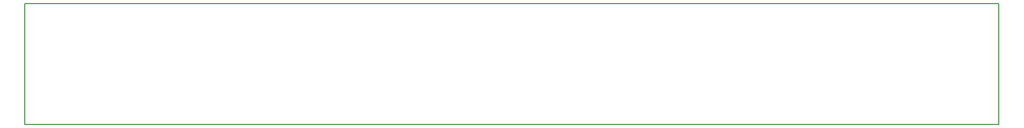
<source format=gbr>
%TF.GenerationSoftware,KiCad,Pcbnew,(5.1.5)-2*%
%TF.CreationDate,2019-12-04T23:20:31-05:00*%
%TF.ProjectId,fan pcb,66616e20-7063-4622-9e6b-696361645f70,rev?*%
%TF.SameCoordinates,Original*%
%TF.FileFunction,Profile,NP*%
%FSLAX46Y46*%
G04 Gerber Fmt 4.6, Leading zero omitted, Abs format (unit mm)*
G04 Created by KiCad (PCBNEW (5.1.5)-2) date 2019-12-04 23:20:31*
%MOMM*%
%LPD*%
G04 APERTURE LIST*
%ADD10C,0.200000*%
G04 APERTURE END LIST*
D10*
X210000000Y-30000000D02*
X210000000Y-50000000D01*
X50000000Y-30000000D02*
X210000000Y-30000000D01*
X50000000Y-50000000D02*
X50000000Y-30000000D01*
X210000000Y-50000000D02*
X50000000Y-50000000D01*
M02*

</source>
